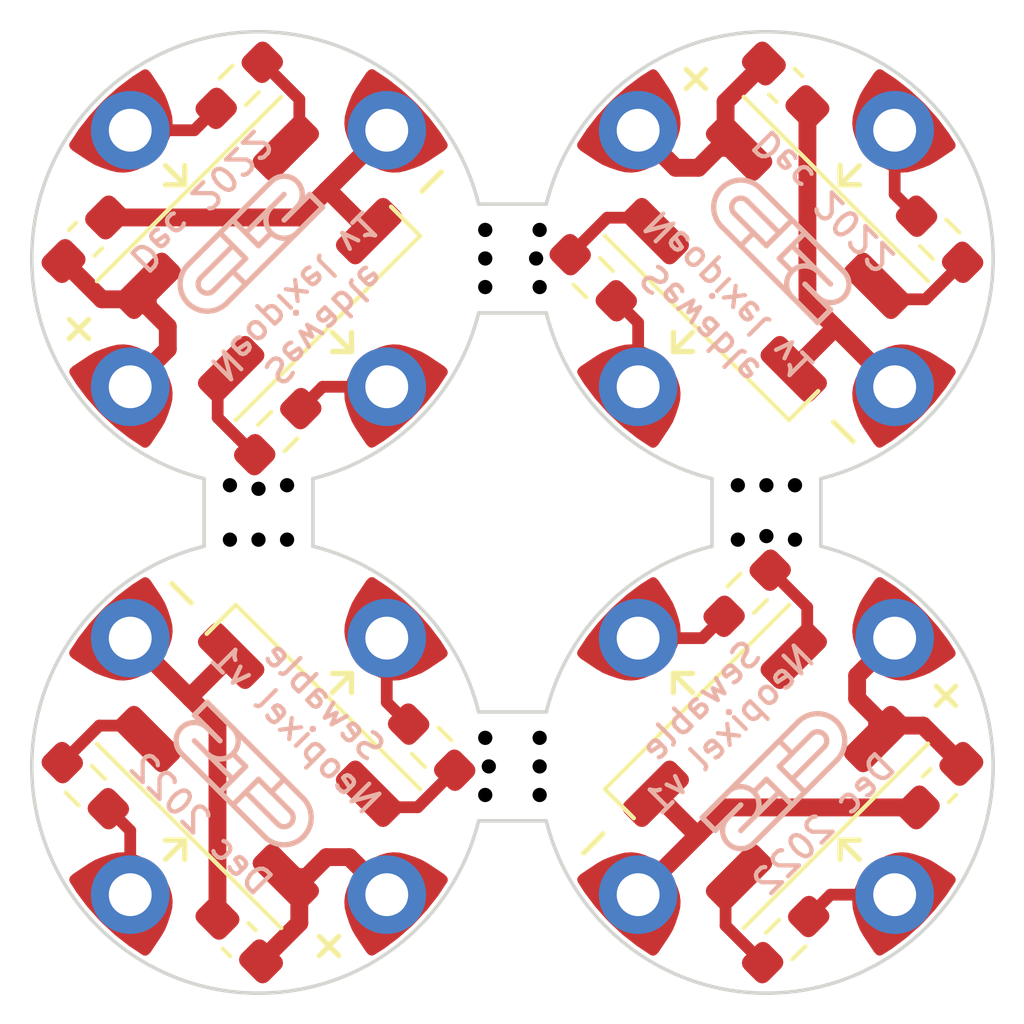
<source format=kicad_pcb>
(kicad_pcb (version 20211014) (generator pcbnew)
  (layers (0 "F.Cu" signal) (31 "B.Cu" signal) (34 "B.Paste" user) (35 "F.Paste" user) (36 "B.SilkS" user "B.Silkscreen") (37 "F.SilkS" user "F.Silkscreen") (38 "B.Mask" user) (39 "F.Mask" user) (44 "Edge.Cuts" user))
  (net 0 "")
  (net 1 "+5V")
  (net 2 "GND")
  (net 3 "/DIN_PAD")
  (net 4 "/DOUT_PAD")
  (net 5 "/DIN_LED")
  (net 6 "/DOUT_LED")
  (footprint "Capacitor_SMD:C_0603_1608Metric_Pad1.08x0.95mm_HandSolder" (layer "F.Cu") (at 116.047185 91.209338 135)
    (fp_text reference "C1")
    (fp_text value "100nF")
    (fp_line (start -0.146267 0.51) (end 0.146267 0.51) (layer "F.SilkS") (width 0.12))
    (fp_line (start -0.146267 -0.51) (end 0.146267 -0.51) (layer "F.SilkS") (width 0.12))
    (pad "1" smd roundrect (at -0.8625 0 135) (size 1.075 0.95) (layers "F.Cu" "F.Paste" "F.Mask") (net 1 "+5V"))
    (pad "2" smd roundrect (at 0.8625 0 135) (size 1.075 0.95) (layers "F.Cu" "F.Paste" "F.Mask") (net 2 "GND"))
  )
  (footprint "Resistor_SMD:R_0603_1608Metric_Pad0.98x0.95mm_HandSolder" (layer "F.Cu") (at 117.124815 76.985338 45)
    (fp_text reference "R2")
    (fp_text value "22")
    (fp_line (start -0.254724 0.5225) (end 0.254724 0.5225) (layer "F.SilkS") (width 0.12))
    (fp_line (start -0.254724 -0.5225) (end 0.254724 -0.5225) (layer "F.SilkS") (width 0.12))
    (pad "1" smd roundrect (at -0.9125 0 45) (size 0.975 0.95) (layers "F.Cu" "F.Paste" "F.Mask") (net 6 "/DOUT_LED"))
    (pad "2" smd roundrect (at 0.9125 0 45) (size 0.975 0.95) (layers "F.Cu" "F.Paste" "F.Mask") (net 4 "/DOUT_PAD"))
  )
  (footprint "Capacitor_SMD:C_0603_1608Metric_Pad1.08x0.95mm_HandSolder" (layer "F.Cu") (at 111.736662 71.597185 45)
    (fp_text reference "C1")
    (fp_text value "100nF")
    (fp_line (start -0.146267 -0.51) (end 0.146267 -0.51) (layer "F.SilkS") (width 0.12))
    (fp_line (start -0.146267 0.51) (end 0.146267 0.51) (layer "F.SilkS") (width 0.12))
    (pad "1" smd roundrect (at -0.8625 0 45) (size 1.075 0.95) (layers "F.Cu" "F.Paste" "F.Mask") (net 1 "+5V"))
    (pad "2" smd roundrect (at 0.8625 0 45) (size 1.075 0.95) (layers "F.Cu" "F.Paste" "F.Mask") (net 2 "GND"))
  )
  (footprint "LED_SMD:LED_WS2812B_PLCC4_5.0x5.0mm_P3.2mm" (layer "F.Cu") (at 116.586 86.36 135)
    (fp_text reference "U1")
    (fp_text value "WS2812B")
    (fp_line (start -3.65 2.75) (end 3.65 2.75) (layer "F.SilkS") (width 0.12))
    (fp_line (start -3.65 -2.75) (end 3.65 -2.75) (layer "F.SilkS") (width 0.12))
    (fp_line (start 3.65 2.75) (end 3.65 1.6) (layer "F.SilkS") (width 0.12))
    (pad "1" smd roundrect (at -2.732843 -1.65 135) (size 2 0.9) (layers "F.Cu" "F.Paste" "F.Mask") (net 1 "+5V"))
    (pad "2" smd roundrect (at -2.732843 1.65 135) (size 2 0.9) (layers "F.Cu" "F.Paste" "F.Mask") (net 6 "/DOUT_LED"))
    (pad "3" smd roundrect (at 2.732843 1.65 135) (size 2 0.9) (layers "F.Cu" "F.Paste" "F.Mask") (net 2 "GND"))
    (pad "4" smd roundrect (at 2.732843 -1.65 135) (size 2 0.9) (layers "F.Cu" "F.Paste" "F.Mask") (net 5 "/DIN_LED"))
  )
  (footprint "Custom_Library:Pin_Header_01x01" (layer "F.Cu") (at 112.993898 89.952102 -135)
    (fp_text reference "J4")
    (fp_text value "DIN")
    (pad "1" thru_hole circle locked (at 0 0 225) (size 2.2 2.2) (drill 1.2) (layers F&B.Cu *.Mask) (net 3 "/DIN_PAD"))
  )
  (footprint "Custom_Library:Mousebite_3x_D0.3_P0.8" (layer "F.Cu") (at 130.81 78.486 180)
    (fp_text reference "REF**" hide)
    (fp_text value "Mousebite_3x_D0.3_P0.8")
    (pad "" np_thru_hole circle locked (at -0.799999 0 180) (size 0.4 0.4) (drill 0.4) (layers *.Mask))
    (pad "" np_thru_hole circle locked (at 0.799999 0 180) (size 0.4 0.4) (drill 0.4) (layers *.Mask))
    (pad "" np_thru_hole circle locked (at 0 0 180) (size 0.4 0.4) (drill 0.4) (layers *.Mask))
  )
  (footprint "Custom_Library:Mousebite_3x_D0.3_P0.8" (layer "F.Cu") (at 130.81 80.01 180)
    (fp_text reference "REF**" hide)
    (fp_text value "Mousebite_3x_D0.3_P0.8")
    (pad "" np_thru_hole circle locked (at -0.799999 0 180) (size 0.4 0.4) (drill 0.4) (layers *.Mask))
    (pad "" np_thru_hole circle locked (at 0.799999 0 180) (size 0.4 0.4) (drill 0.4) (layers *.Mask))
    (pad "" np_thru_hole circle (at 0 0.1 180) (size 0.4 0.4) (drill 0.4) (layers *.Mask))
  )
  (footprint "Resistor_SMD:R_0603_1608Metric_Pad0.98x0.95mm_HandSolder" (layer "F.Cu") (at 135.659338 71.597185 -45)
    (fp_text reference "R1")
    (fp_text value "22")
    (fp_line (start -0.254724 -0.5225) (end 0.254724 -0.5225) (layer "F.SilkS") (width 0.12))
    (fp_line (start -0.254724 0.5225) (end 0.254724 0.5225) (layer "F.SilkS") (width 0.12))
    (pad "1" smd roundrect (at -0.9125 0 315) (size 0.975 0.95) (layers "F.Cu" "F.Paste" "F.Mask") (net 3 "/DIN_PAD"))
    (pad "2" smd roundrect (at 0.9125 0 315) (size 0.975 0.95) (layers "F.Cu" "F.Paste" "F.Mask") (net 5 "/DIN_LED"))
  )
  (footprint "Custom_Library:Pin_Header_01x01" (layer "F.Cu") (at 134.402102 89.952102 -45)
    (fp_text reference "J4")
    (fp_text value "DIN")
    (pad "1" thru_hole circle locked (at 0 0 315) (size 2.2 2.2) (drill 1.2) (layers *.Cu *.Mask) (net 3 "/DIN_PAD"))
  )
  (footprint "Custom_Library:Pin_Header_01x01" (layer "F.Cu") (at 112.993898 82.767898 -135)
    (fp_text reference "J3")
    (fp_text value "-")
    (pad "1" thru_hole circle locked (at 0 0 225) (size 2.2 2.2) (drill 1.2) (layers F&B.Cu *.Mask) (net 2 "GND"))
  )
  (footprint "Resistor_SMD:R_0603_1608Metric_Pad0.98x0.95mm_HandSolder" (layer "F.Cu") (at 131.348815 91.209338 -135)
    (fp_text reference "R1")
    (fp_text value "22")
    (fp_line (start -0.254724 0.5225) (end 0.254724 0.5225) (layer "F.SilkS") (width 0.12))
    (fp_line (start -0.254724 -0.5225) (end 0.254724 -0.5225) (layer "F.SilkS") (width 0.12))
    (pad "1" smd roundrect (at -0.9125 0 225) (size 0.975 0.95) (layers "F.Cu" "F.Paste" "F.Mask") (net 3 "/DIN_PAD"))
    (pad "2" smd roundrect (at 0.9125 0 225) (size 0.975 0.95) (layers "F.Cu" "F.Paste" "F.Mask") (net 5 "/DIN_LED"))
  )
  (footprint "LED_SMD:LED_WS2812B_PLCC4_5.0x5.0mm_P3.2mm" (layer "F.Cu") (at 130.81 72.136 -45)
    (fp_text reference "U1")
    (fp_text value "WS2812B")
    (fp_line (start 3.65 2.75) (end 3.65 1.6) (layer "F.SilkS") (width 0.12))
    (fp_line (start -3.65 2.75) (end 3.65 2.75) (layer "F.SilkS") (width 0.12))
    (fp_line (start -3.65 -2.75) (end 3.65 -2.75) (layer "F.SilkS") (width 0.12))
    (pad "1" smd roundrect (at -2.732843 -1.65 315) (size 2 0.9) (layers "F.Cu" "F.Paste" "F.Mask") (net 1 "+5V"))
    (pad "2" smd roundrect (at -2.732843 1.65 315) (size 2 0.9) (layers "F.Cu" "F.Paste" "F.Mask") (net 6 "/DOUT_LED"))
    (pad "3" smd roundrect (at 2.732843 1.65 315) (size 2 0.9) (layers "F.Cu" "F.Paste" "F.Mask") (net 2 "GND"))
    (pad "4" smd roundrect (at 2.732843 -1.65 315) (size 2 0.9) (layers "F.Cu" "F.Paste" "F.Mask") (net 5 "/DIN_LED"))
  )
  (footprint "Resistor_SMD:R_0603_1608Metric_Pad0.98x0.95mm_HandSolder" (layer "F.Cu") (at 130.271185 81.510662 -135)
    (fp_text reference "R2")
    (fp_text value "22")
    (fp_line (start -0.254724 -0.5225) (end 0.254724 -0.5225) (layer "F.SilkS") (width 0.12))
    (fp_line (start -0.254724 0.5225) (end 0.254724 0.5225) (layer "F.SilkS") (width 0.12))
    (pad "1" smd roundrect (at -0.9125 0 225) (size 0.975 0.95) (layers "F.Cu" "F.Paste" "F.Mask") (net 6 "/DOUT_LED"))
    (pad "2" smd roundrect (at 0.9125 0 225) (size 0.975 0.95) (layers "F.Cu" "F.Paste" "F.Mask") (net 4 "/DOUT_PAD"))
  )
  (footprint "Custom_Library:Pin_Header_01x01" (layer "F.Cu") (at 134.402102 82.767898 -45)
    (fp_text reference "J1")
    (fp_text value "+")
    (pad "1" thru_hole circle locked (at 0 0 315) (size 2.2 2.2) (drill 1.2) (layers *.Cu *.Mask) (net 1 "+5V"))
  )
  (footprint "Resistor_SMD:R_0603_1608Metric_Pad0.98x0.95mm_HandSolder" (layer "F.Cu") (at 121.435338 85.821185 135)
    (fp_text reference "R2")
    (fp_text value "22")
    (fp_line (start -0.254724 0.5225) (end 0.254724 0.5225) (layer "F.SilkS") (width 0.12))
    (fp_line (start -0.254724 -0.5225) (end 0.254724 -0.5225) (layer "F.SilkS") (width 0.12))
    (pad "1" smd roundrect (at -0.9125 0 135) (size 0.975 0.95) (layers "F.Cu" "F.Paste" "F.Mask") (net 6 "/DOUT_LED"))
    (pad "2" smd roundrect (at 0.9125 0 135) (size 0.975 0.95) (layers "F.Cu" "F.Paste" "F.Mask") (net 4 "/DOUT_PAD"))
  )
  (footprint "Custom_Library:Mousebite_3x_D0.3_P0.8" (layer "F.Cu") (at 116.586 78.486 180)
    (fp_text reference "REF**" hide)
    (fp_text value "Mousebite_3x_D0.3_P0.8")
    (pad "" np_thru_hole circle (at 0 -0.1 180) (size 0.4 0.4) (drill 0.4) (layers *.Mask))
    (pad "" np_thru_hole circle locked (at -0.799999 0 180) (size 0.4 0.4) (drill 0.4) (layers *.Mask))
    (pad "" np_thru_hole circle locked (at 0.799999 0 180) (size 0.4 0.4) (drill 0.4) (layers *.Mask))
  )
  (footprint "Custom_Library:Pin_Header_01x01" (layer "F.Cu") (at 120.178102 68.543898 135)
    (fp_text reference "J3")
    (fp_text value "-")
    (pad "1" thru_hole circle locked (at 0 0 135) (size 2.2 2.2) (drill 1.2) (layers F&B.Cu *.Mask) (net 2 "GND"))
  )
  (footprint "Resistor_SMD:R_0603_1608Metric_Pad0.98x0.95mm_HandSolder" (layer "F.Cu") (at 111.736662 86.898815 135)
    (fp_text reference "R1")
    (fp_text value "22")
    (fp_line (start -0.254724 -0.5225) (end 0.254724 -0.5225) (layer "F.SilkS") (width 0.12))
    (fp_line (start -0.254724 0.5225) (end 0.254724 0.5225) (layer "F.SilkS") (width 0.12))
    (pad "1" smd roundrect (at -0.9125 0 135) (size 0.975 0.95) (layers "F.Cu" "F.Paste" "F.Mask") (net 3 "/DIN_PAD"))
    (pad "2" smd roundrect (at 0.9125 0 135) (size 0.975 0.95) (layers "F.Cu" "F.Paste" "F.Mask") (net 5 "/DIN_LED"))
  )
  (footprint "Capacitor_SMD:C_0603_1608Metric_Pad1.08x0.95mm_HandSolder" (layer "F.Cu") (at 131.348815 67.286662 -45)
    (fp_text reference "C1")
    (fp_text value "100nF")
    (fp_line (start -0.146267 0.51) (end 0.146267 0.51) (layer "F.SilkS") (width 0.12))
    (fp_line (start -0.146267 -0.51) (end 0.146267 -0.51) (layer "F.SilkS") (width 0.12))
    (pad "1" smd roundrect (at -0.8625 0 315) (size 1.075 0.95) (layers "F.Cu" "F.Paste" "F.Mask") (net 1 "+5V"))
    (pad "2" smd roundrect (at 0.8625 0 315) (size 1.075 0.95) (layers "F.Cu" "F.Paste" "F.Mask") (net 2 "GND"))
  )
  (footprint "Resistor_SMD:R_0603_1608Metric_Pad0.98x0.95mm_HandSolder" (layer "F.Cu") (at 125.960662 72.674815 -45)
    (fp_text reference "R2")
    (fp_text value "22")
    (fp_line (start -0.254724 0.5225) (end 0.254724 0.5225) (layer "F.SilkS") (width 0.12))
    (fp_line (start -0.254724 -0.5225) (end 0.254724 -0.5225) (layer "F.SilkS") (width 0.12))
    (pad "1" smd roundrect (at -0.9125 0 315) (size 0.975 0.95) (layers "F.Cu" "F.Paste" "F.Mask") (net 6 "/DOUT_LED"))
    (pad "2" smd roundrect (at 0.9125 0 315) (size 0.975 0.95) (layers "F.Cu" "F.Paste" "F.Mask") (net 4 "/DOUT_PAD"))
  )
  (footprint "Custom_Library:Mousebite_3x_D0.3_P0.8" (layer "F.Cu") (at 122.936 86.36 90)
    (fp_text reference "REF**" hide)
    (fp_text value "Mousebite_3x_D0.3_P0.8")
    (pad "" np_thru_hole circle locked (at 0.799999 0 90) (size 0.4 0.4) (drill 0.4) (layers *.Mask))
    (pad "" np_thru_hole circle (at 0 0.1 90) (size 0.4 0.4) (drill 0.4) (layers *.Mask))
    (pad "" np_thru_hole circle locked (at -0.799999 0 90) (size 0.4 0.4) (drill 0.4) (layers *.Mask))
  )
  (footprint "Custom_Library:Pin_Header_01x01" (layer "F.Cu") (at 134.402102 68.543898 45)
    (fp_text reference "J4")
    (fp_text value "DIN")
    (pad "1" thru_hole circle locked (at 0 0 45) (size 2.2 2.2) (drill 1.2) (layers F&B.Cu *.Mask) (net 3 "/DIN_PAD"))
  )
  (footprint "Custom_Library:Pin_Header_01x01" (layer "F.Cu") (at 134.402102 75.728102 45)
    (fp_text reference "J3")
    (fp_text value "-")
    (pad "1" thru_hole circle locked (at 0 0 45) (size 2.2 2.2) (drill 1.2) (layers F&B.Cu *.Mask) (net 2 "GND"))
  )
  (footprint "Custom_Library:Pin_Header_01x01" (layer "F.Cu") (at 112.993898 68.543898 135)
    (fp_text reference "J4")
    (fp_text value "DIN")
    (pad "1" thru_hole circle locked (at 0 0 135) (size 2.2 2.2) (drill 1.2) (layers F&B.Cu *.Mask) (net 3 "/DIN_PAD"))
  )
  (footprint "Custom_Library:Mousebite_3x_D0.3_P0.8" (layer "F.Cu") (at 122.936 72.136 90)
    (fp_text reference "REF**" hide)
    (fp_text value "Mousebite_3x_D0.3_P0.8")
    (pad "" np_thru_hole circle locked (at 0 0 90) (size 0.4 0.4) (drill 0.4) (layers *.Mask))
    (pad "" np_thru_hole circle locked (at 0.799999 0 90) (size 0.4 0.4) (drill 0.4) (layers *.Mask))
    (pad "" np_thru_hole circle locked (at -0.799999 0 90) (size 0.4 0.4) (drill 0.4) (layers *.Mask))
  )
  (footprint "Custom_Library:Mousebite_3x_D0.3_P0.8" (layer "F.Cu") (at 124.46 86.36 90)
    (fp_text reference "REF**" hide)
    (fp_text value "Mousebite_3x_D0.3_P0.8")
    (pad "" np_thru_hole circle locked (at 0.799999 0 90) (size 0.4 0.4) (drill 0.4) (layers *.Mask))
    (pad "" np_thru_hole circle locked (at 0 0 90) (size 0.4 0.4) (drill 0.4) (layers *.Mask))
    (pad "" np_thru_hole circle locked (at -0.799999 0 90) (size 0.4 0.4) (drill 0.4) (layers *.Mask))
  )
  (footprint "LED_SMD:LED_WS2812B_PLCC4_5.0x5.0mm_P3.2mm" (layer "F.Cu") (at 116.586 72.136 45)
    (fp_text reference "U1")
    (fp_text value "WS2812B")
    (fp_line (start -3.65 -2.75) (end 3.65 -2.75) (layer "F.SilkS") (width 0.12))
    (fp_line (start 3.65 2.75) (end 3.65 1.6) (layer "F.SilkS") (width 0.12))
    (fp_line (start -3.65 2.75) (end 3.65 2.75) (layer "F.SilkS") (width 0.12))
    (pad "1" smd roundrect (at -2.732843 -1.65 45) (size 2 0.9) (layers "F.Cu" "F.Paste" "F.Mask") (net 1 "+5V"))
    (pad "2" smd roundrect (at -2.732843 1.65 45) (size 2 0.9) (layers "F.Cu" "F.Paste" "F.Mask") (net 6 "/DOUT_LED"))
    (pad "3" smd roundrect (at 2.732843 1.65 45) (size 2 0.9) (layers "F.Cu" "F.Paste" "F.Mask") (net 2 "GND"))
    (pad "4" smd roundrect (at 2.732843 -1.65 45) (size 2 0.9) (layers "F.Cu" "F.Paste" "F.Mask") (net 5 "/DIN_LED"))
  )
  (footprint "Custom_Library:Pin_Header_01x01" (layer "F.Cu") (at 127.217898 89.952102 -45)
    (fp_text reference "J3")
    (fp_text value "-")
    (pad "1" thru_hole circle locked (at 0 0 315) (size 2.2 2.2) (drill 1.2) (layers *.Cu *.Mask) (net 2 "GND"))
  )
  (footprint "Custom_Library:Pin_Header_01x01" (layer "F.Cu") (at 127.217898 68.543898 45)
    (fp_text reference "J1")
    (fp_text value "+")
    (pad "1" thru_hole circle locked (at 0 0 45) (size 2.2 2.2) (drill 1.2) (layers F&B.Cu *.Mask) (net 1 "+5V"))
  )
  (footprint "Custom_Library:Pin_Header_01x01" (layer "F.Cu") (at 120.178102 82.767898 -45)
    (fp_text reference "J2")
    (fp_text value "DOUT")
    (pad "1" thru_hole circle locked (at 0 0 315) (size 2.2 2.2) (drill 1.2) (layers F&B.Cu *.Mask) (net 4 "/DOUT_PAD"))
  )
  (footprint "Custom_Library:Mousebite_3x_D0.3_P0.8" (layer "F.Cu") (at 116.586 80.01 180)
    (fp_text reference "REF**" hide)
    (fp_text value "Mousebite_3x_D0.3_P0.8")
    (pad "" np_thru_hole circle locked (at -0.799999 0 180) (size 0.4 0.4) (drill 0.4) (layers *.Mask))
    (pad "" np_thru_hole circle locked (at 0 0 180) (size 0.4 0.4) (drill 0.4) (layers *.Mask))
    (pad "" np_thru_hole circle locked (at 0.799999 0 180) (size 0.4 0.4) (drill 0.4) (layers *.Mask))
  )
  (footprint "Custom_Library:Pin_Header_01x01" (layer "F.Cu") (at 112.993898 75.728102 135)
    (fp_text reference "J1")
    (fp_text value "+")
    (pad "1" thru_hole circle locked (at 0 0 135) (size 2.2 2.2) (drill 1.2) (layers F&B.Cu *.Mask) (net 1 "+5V"))
  )
  (footprint "Custom_Library:Pin_Header_01x01" (layer "F.Cu") (at 127.217898 75.728102 135)
    (fp_text reference "J2")
    (fp_text value "DOUT")
    (pad "1" thru_hole circle locked (at 0 0 135) (size 2.2 2.2) (drill 1.2) (layers F&B.Cu *.Mask) (net 4 "/DOUT_PAD"))
  )
  (footprint "Resistor_SMD:R_0603_1608Metric_Pad0.98x0.95mm_HandSolder" (layer "F.Cu") (at 116.047185 67.286662 45)
    (fp_text reference "R1")
    (fp_text value "22")
    (fp_line (start -0.254724 0.5225) (end 0.254724 0.5225) (layer "F.SilkS") (width 0.12))
    (fp_line (start -0.254724 -0.5225) (end 0.254724 -0.5225) (layer "F.SilkS") (width 0.12))
    (pad "1" smd roundrect (at -0.9125 0 45) (size 0.975 0.95) (layers "F.Cu" "F.Paste" "F.Mask") (net 3 "/DIN_PAD"))
    (pad "2" smd roundrect (at 0.9125 0 45) (size 0.975 0.95) (layers "F.Cu" "F.Paste" "F.Mask") (net 5 "/DIN_LED"))
  )
  (footprint "Custom_Library:Mousebite_3x_D0.3_P0.8" (layer "F.Cu") (at 124.46 72.136 90)
    (fp_text reference "REF**" hide)
    (fp_text value "Mousebite_3x_D0.3_P0.8")
    (pad "" np_thru_hole circle locked (at -0.799999 0 90) (size 0.4 0.4) (drill 0.4) (layers *.Mask))
    (pad "" np_thru_hole circle (at 0 -0.1 90) (size 0.4 0.4) (drill 0.4) (layers *.Mask))
    (pad "" np_thru_hole circle locked (at 0.799999 0 90) (size 0.4 0.4) (drill 0.4) (layers *.Mask))
  )
  (footprint "Capacitor_SMD:C_0603_1608Metric_Pad1.08x0.95mm_HandSolder" (layer "F.Cu") (at 135.659338 86.898815 -135)
    (fp_text reference "C1")
    (fp_text value "100nF")
    (fp_line (start -0.146267 0.51) (end 0.146267 0.51) (layer "F.SilkS") (width 0.12))
    (fp_line (start -0.146267 -0.51) (end 0.146267 -0.51) (layer "F.SilkS") (width 0.12))
    (pad "1" smd roundrect (at -0.8625 0 225) (size 1.075 0.95) (layers "F.Cu" "F.Paste" "F.Mask") (net 1 "+5V"))
    (pad "2" smd roundrect (at 0.8625 0 225) (size 1.075 0.95) (layers "F.Cu" "F.Paste" "F.Mask") (net 2 "GND"))
  )
  (footprint "LED_SMD:LED_WS2812B_PLCC4_5.0x5.0mm_P3.2mm" (layer "F.Cu") (at 130.81 86.36 -135)
    (fp_text reference "U1")
    (fp_text value "WS2812B")
    (fp_line (start 3.65 2.75) (end 3.65 1.6) (layer "F.SilkS") (width 0.12))
    (fp_line (start -3.65 2.75) (end 3.65 2.75) (layer "F.SilkS") (width 0.12))
    (fp_line (start -3.65 -2.75) (end 3.65 -2.75) (layer "F.SilkS") (width 0.12))
    (pad "1" smd roundrect (at -2.732843 -1.65 225) (size 2 0.9) (layers "F.Cu" "F.Paste" "F.Mask") (net 1 "+5V"))
    (pad "2" smd roundrect (at -2.732843 1.65 225) (size 2 0.9) (layers "F.Cu" "F.Paste" "F.Mask") (net 6 "/DOUT_LED"))
    (pad "3" smd roundrect (at 2.732843 1.65 225) (size 2 0.9) (layers "F.Cu" "F.Paste" "F.Mask") (net 2 "GND"))
    (pad "4" smd roundrect (at 2.732843 -1.65 225) (size 2 0.9) (layers "F.Cu" "F.Paste" "F.Mask") (net 5 "/DIN_LED"))
  )
  (footprint "Custom_Library:Pin_Header_01x01" (layer "F.Cu") (at 127.217898 82.767898 45)
    (fp_text reference "J2")
    (fp_text value "DOUT")
    (pad "1" thru_hole circle locked (at 0 0 45) (size 2.2 2.2) (drill 1.2) (layers *.Cu *.Mask) (net 4 "/DOUT_PAD"))
  )
  (footprint "Custom_Library:Pin_Header_01x01" (layer "F.Cu") (at 120.178102 75.728102 -135)
    (fp_text reference "J2")
    (fp_text value "DOUT")
    (pad "1" thru_hole circle locked (at 0 0 225) (size 2.2 2.2) (drill 1.2) (layers F&B.Cu *.Mask) (net 4 "/DOUT_PAD"))
  )
  (footprint "Custom_Library:Pin_Header_01x01" (layer "F.Cu") (at 120.178102 89.952102 -135)
    (fp_text reference "J1")
    (fp_text value "+")
    (pad "1" thru_hole circle locked (at 0 0 225) (size 2.2 2.2) (drill 1.2) (layers F&B.Cu *.Mask) (net 1 "+5V"))
  )
  (gr_line (start 132.606051 73.572841) (end 132.246841 73.932051) (layer "B.SilkS") (width 0.15))
  (gr_arc (start 114.430739 86.00079) (mid 114.430739 85.28237) (end 115.149159 85.282369) (layer "B.SilkS") (width 0.15))
  (gr_line (start 132.606051 72.85442) (end 131.52842 71.77679) (layer "B.SilkS") (width 0.15))
  (gr_line (start 131.52842 86.00079) (end 131.16921 85.64158) (layer "B.SilkS") (width 0.15))
  (gr_arc (start 129.552764 71.237974) (mid 129.552765 70.160343) (end 130.630395 70.160344) (layer "B.SilkS") (width 0.15))
  (gr_line (start 117.30442 71.058369) (end 118.022841 70.339949) (layer "B.SilkS") (width 0.15))
  (gr_line (start 130.630395 70.160344) (end 132.965261 72.49521) (layer "B.SilkS") (width 0.15))
  (gr_line (start 118.382051 70.699159) (end 115.687974 73.393236) (layer "B.SilkS") (width 0.15))
  (gr_arc (start 116.945209 69.980739) (mid 117.663626 69.980773) (end 117.663631 70.699159) (layer "B.SilkS") (width 0.15))
  (gr_arc (start 117.484026 87.617236) (mid 117.484025 87.976447) (end 117.124815 87.976446) (layer "B.SilkS") (width 0.15))
  (gr_line (start 130.45079 71.41758) (end 130.09158 71.77679) (layer "B.SilkS") (width 0.15))
  (gr_line (start 117.30442 70.339949) (end 116.22679 71.41758) (layer "B.SilkS") (width 0.15))
  (gr_line (start 114.789949 84.923159) (end 115.149159 84.563949) (layer "B.SilkS") (width 0.15))
  (gr_line (start 131.16921 86.36) (end 132.067236 85.461974) (layer "B.SilkS") (width 0.15))
  (gr_line (start 115.508369 87.07842) (end 116.22679 86.36) (layer "B.SilkS") (width 0.15))
  (gr_line (start 116.94521 87.07842) (end 117.30442 86.71921) (layer "B.SilkS") (width 0.15))
  (gr_line (start 116.22679 72.136) (end 115.328764 73.034026) (layer "B.SilkS") (width 0.15))
  (gr_line (start 132.785656 86.180395) (end 130.45079 88.515261) (layer "B.SilkS") (width 0.15))
  (gr_line (start 131.887631 72.85442) (end 132.606051 73.572841) (layer "B.SilkS") (width 0.15))
  (gr_arc (start 131.52842 73.213631) (mid 131.52842 72.495209) (end 132.246841 72.49521) (layer "B.SilkS") (width 0.15))
  (gr_line (start 118.022841 70.339949) (end 118.382051 70.699159) (layer "B.SilkS") (width 0.15))
  (gr_line (start 131.52842 71.058369) (end 130.81 71.77679) (layer "B.SilkS") (width 0.15))
  (gr_arc (start 132.067236 85.461974) (mid 132.426447 85.461975) (end 132.426446 85.821185) (layer "B.SilkS") (width 0.15))
  (gr_arc (start 115.687974 73.393236) (mid 114.610343 73.393235) (end 114.610344 72.315605) (layer "B.SilkS") (width 0.15))
  (gr_line (start 130.09158 88.156051) (end 131.16921 87.07842) (layer "B.SilkS") (width 0.15))
  (gr_arc (start 115.328764 73.034026) (mid 114.969553 73.034025) (end 114.969554 72.674815) (layer "B.SilkS") (width 0.15))
  (gr_arc (start 130.45079 88.515261) (mid 129.73239 88.515241) (end 129.732369 87.796841) (layer "B.SilkS") (width 0.15))
  (gr_arc (start 132.965261 72.49521) (mid 132.965261 73.21363) (end 132.246841 73.213631) (layer "B.SilkS") (width 0.15))
  (gr_line (start 131.887631 87.07842) (end 131.16921 86.36) (layer "B.SilkS") (width 0.15))
  (gr_arc (start 115.86758 85.282369) (mid 115.86758 86.000791) (end 115.149159 86.00079) (layer "B.SilkS") (width 0.15))
  (gr_line (start 116.22679 86.36) (end 115.86758 86.00079) (layer "B.SilkS") (width 0.15))
  (gr_line (start 130.81 71.77679) (end 129.911974 70.878764) (layer "B.SilkS") (width 0.15))
  (gr_line (start 114.969554 72.674815) (end 115.86758 71.77679) (layer "B.SilkS") (width 0.15))
  (gr_line (start 116.586 86.71921) (end 117.484026 87.617236) (layer "B.SilkS") (width 0.15))
  (gr_line (start 131.887631 71.41758) (end 131.16921 72.136) (layer "B.SilkS") (width 0.15))
  (gr_line (start 130.81 86.71921) (end 130.45079 87.07842) (layer "B.SilkS") (width 0.15))
  (gr_line (start 129.373159 88.156051) (end 129.013949 87.796841) (layer "B.SilkS") (width 0.15))
  (gr_arc (start 117.663631 71.41758) (mid 116.945196 71.417605) (end 116.94521 70.699159) (layer "B.SilkS") (width 0.15))
  (gr_arc (start 129.911974 70.878764) (mid 129.911975 70.519553) (end 130.271185 70.519554) (layer "B.SilkS") (width 0.15))
  (gr_line (start 115.86758 87.437631) (end 116.586 86.71921) (layer "B.SilkS") (width 0.15))
  (gr_line (start 132.246841 73.932051) (end 129.552764 71.237974) (layer "B.SilkS") (width 0.15))
  (gr_line (start 129.013949 87.796841) (end 131.708026 85.102764) (layer "B.SilkS") (width 0.15))
  (gr_line (start 115.86758 72.49521) (end 116.22679 72.85442) (layer "B.SilkS") (width 0.15))
  (gr_line (start 130.271185 70.519554) (end 131.16921 71.41758) (layer "B.SilkS") (width 0.15))
  (gr_line (start 114.610344 72.315605) (end 116.94521 69.980739) (layer "B.SilkS") (width 0.15))
  (gr_line (start 114.789949 85.64158) (end 115.86758 86.71921) (layer "B.SilkS") (width 0.15))
  (gr_line (start 115.508369 85.64158) (end 114.789949 84.923159) (layer "B.SilkS") (width 0.15))
  (gr_line (start 115.508369 71.41758) (end 116.22679 72.136) (layer "B.SilkS") (width 0.15))
  (gr_line (start 116.765605 88.335656) (end 114.430739 86.00079) (layer "B.SilkS") (width 0.15))
  (gr_line (start 132.426446 85.821185) (end 131.52842 86.71921) (layer "B.SilkS") (width 0.15))
  (gr_arc (start 131.708026 85.102764) (mid 132.785657 85.102765) (end 132.785656 86.180395) (layer "B.SilkS") (width 0.15))
  (gr_line (start 115.86758 71.058369) (end 116.586 71.77679) (layer "B.SilkS") (width 0.15))
  (gr_line (start 131.16921 72.136) (end 131.52842 72.49521) (layer "B.SilkS") (width 0.15))
  (gr_line (start 131.52842 87.437631) (end 130.81 86.71921) (layer "B.SilkS") (width 0.15))
  (gr_line (start 117.124815 87.976446) (end 116.22679 87.07842) (layer "B.SilkS") (width 0.15))
  (gr_arc (start 129.732369 87.07842) (mid 130.450811 87.078399) (end 130.45079 87.796841) (layer "B.SilkS") (width 0.15))
  (gr_arc (start 117.843236 87.258026) (mid 117.843235 88.335657) (end 116.765605 88.335656) (layer "B.SilkS") (width 0.15))
  (gr_line (start 115.149159 84.563949) (end 117.843236 87.258026) (layer "B.SilkS") (width 0.15))
  (gr_line (start 130.09158 87.437631) (end 129.373159 88.156051) (layer "B.SilkS") (width 0.15))
  (gr_line (start 116.586 71.77679) (end 116.94521 71.41758) (layer "B.SilkS") (width 0.15))
  (gr_line (start 118.651459 84.294541) (end 119.190274 83.755726) (layer "F.SilkS") (width 0.15))
  (gr_line (start 119.190274 83.755726) (end 118.651459 83.755726) (layer "F.SilkS") (width 0.15))
  (gr_line (start 128.205726 83.755726) (end 128.744541 83.755726) (layer "F.SilkS") (width 0.15))
  (gr_line (start 114.520541 88.425459) (end 114.520541 88.964274) (layer "F.SilkS") (width 0.15))
  (gr_line (start 114.161331 81.241254) (end 114.700146 81.780069) (layer "F.SilkS") (width 0.15))
  (gr_line (start 119.190274 74.740274) (end 119.190274 74.201459) (layer "F.SilkS") (width 0.15))
  (gr_line (start 132.875459 70.070541) (end 132.875459 69.531726) (layer "F.SilkS") (width 0.15))
  (gr_line (start 128.744541 84.294541) (end 128.205726 83.755726) (layer "F.SilkS") (width 0.15))
  (gr_line (start 111.826464 74.381064) (end 111.287649 73.842249) (layer "F.SilkS") (width 0.15))
  (gr_line (start 135.569536 84.653751) (end 136.108351 84.114936) (layer "F.SilkS") (width 0.15))
  (gr_line (start 133.234669 77.254746) (end 132.695854 76.715931) (layer "F.SilkS") (width 0.15))
  (gr_line (start 128.205726 74.740274) (end 128.744541 74.740274) (layer "F.SilkS") (width 0.15))
  (gr_line (start 129.103751 67.376464) (end 128.564936 66.837649) (layer "F.SilkS") (width 0.15))
  (gr_line (start 119.190274 74.740274) (end 118.651459 74.740274) (layer "F.SilkS") (width 0.15))
  (gr_line (start 133.414274 88.964274) (end 132.875459 88.425459) (layer "F.SilkS") (width 0.15))
  (gr_line (start 119.190274 83.755726) (end 119.190274 84.294541) (layer "F.SilkS") (width 0.15))
  (gr_line (start 113.981726 88.964274) (end 114.520541 88.425459) (layer "F.SilkS") (width 0.15))
  (gr_line (start 128.205726 74.740274) (end 128.205726 74.201459) (layer "F.SilkS") (width 0.15))
  (gr_line (start 128.205726 83.755726) (end 128.205726 84.294541) (layer "F.SilkS") (width 0.15))
  (gr_line (start 118.831064 91.119536) (end 118.292249 91.658351) (layer "F.SilkS") (width 0.15))
  (gr_line (start 132.875459 88.425459) (end 132.875459 88.964274) (layer "F.SilkS") (width 0.15))
  (gr_line (start 121.704746 69.711331) (end 121.165931 70.250146) (layer "F.SilkS") (width 0.15))
  (gr_line (start 135.569536 84.114936) (end 136.108351 84.653751) (layer "F.SilkS") (width 0.15))
  (gr_line (start 113.981726 69.531726) (end 114.520541 70.070541) (layer "F.SilkS") (width 0.15))
  (gr_line (start 128.564936 67.376464) (end 129.103751 66.837649) (layer "F.SilkS") (width 0.15))
  (gr_line (start 114.520541 88.425459) (end 113.981726 88.425459) (layer "F.SilkS") (width 0.15))
  (gr_line (start 114.520541 70.070541) (end 113.981726 70.070541) (layer "F.SilkS") (width 0.15))
  (gr_line (start 118.292249 91.119536) (end 118.831064 91.658351) (layer "F.SilkS") (width 0.15))
  (gr_line (start 128.744541 74.201459) (end 128.205726 74.740274) (layer "F.SilkS") (width 0.15))
  (gr_line (start 133.414274 69.531726) (end 132.875459 70.070541) (layer "F.SilkS") (width 0.15))
  (gr_line (start 114.520541 70.070541) (end 114.520541 69.531726) (layer "F.SilkS") (width 0.15))
  (gr_line (start 132.875459 70.070541) (end 133.414274 70.070541) (layer "F.SilkS") (width 0.15))
  (gr_line (start 118.651459 74.201459) (end 119.190274 74.740274) (layer "F.SilkS") (width 0.15))
  (gr_line (start 111.826464 73.842249) (end 111.287649 74.381064) (layer "F.SilkS") (width 0.15))
  (gr_line (start 125.691254 88.784669) (end 126.230069 88.245854) (layer "F.SilkS") (width 0.15))
  (gr_line (start 132.875459 88.425459) (end 133.414274 88.425459) (layer "F.SilkS") (width 0.15))
  (gr_arc (start 129.285994 78.300406) (mid 126.319872 76.626128) (end 124.645594 73.660006) (layer "Edge.Cuts") (width 0.1))
  (gr_arc (start 122.750406 73.660006) (mid 121.076128 76.626128) (end 118.110006 78.300406) (layer "Edge.Cuts") (width 0.1))
  (gr_arc (start 115.061994 78.300406) (mid 112.095872 67.645872) (end 122.750406 70.611994) (layer "Edge.Cuts") (width 0.1))
  (gr_arc (start 132.334006 80.195594) (mid 135.300128 90.850128) (end 124.645594 87.884006) (layer "Edge.Cuts") (width 0.1))
  (gr_arc (start 122.750406 87.884006) (mid 112.095872 90.850128) (end 115.061994 80.195594) (layer "Edge.Cuts") (width 0.1))
  (gr_line (start 132.334 80.195594) (end 132.334 78.300406) (layer "Edge.Cuts") (width 0.1))
  (gr_line (start 129.286 80.195594) (end 129.286 78.300406) (layer "Edge.Cuts") (width 0.1))
  (gr_line (start 115.062 80.195594) (end 115.062 78.300406) (layer "Edge.Cuts") (width 0.1))
  (gr_arc (start 118.110006 80.195594) (mid 121.076128 81.869872) (end 122.750406 84.835994) (layer "Edge.Cuts") (width 0.1))
  (gr_line (start 122.750406 70.612) (end 124.645594 70.612) (layer "Edge.Cuts") (width 0.1))
  (gr_line (start 118.11 80.195594) (end 118.11 78.300406) (layer "Edge.Cuts") (width 0.1))
  (gr_line (start 122.750406 84.836) (end 124.645594 84.836) (layer "Edge.Cuts") (width 0.1))
  (gr_line (start 122.750406 73.66) (end 124.645594 73.66) (layer "Edge.Cuts") (width 0.1))
  (gr_line (start 122.750406 87.884) (end 124.645594 87.884) (layer "Edge.Cuts") (width 0.1))
  (gr_arc (start 124.645594 70.611994) (mid 135.300128 67.645872) (end 132.334006 78.300406) (layer "Edge.Cuts") (width 0.1))
  (gr_arc (start 124.645594 84.835994) (mid 126.319872 81.869872) (end 129.285994 80.195594) (layer "Edge.Cuts") (width 0.1))
  (gr_text "Sewable\nNeopixel v1" (at 129.373159 73.572841 135) (layer "B.SilkS") (effects (font (size 0.7 0.7) (thickness 0.12)) (justify mirror)))
  (gr_text "Sewable\nNeopixel v1" (at 118.022841 84.923159 315) (layer "B.SilkS") (effects (font (size 0.7 0.7) (thickness 0.12)) (justify mirror)))
  (gr_text "Dec 2022" (at 114.969554 87.976446 315) (layer "B.SilkS") (effects (font (size 0.7 0.7) (thickness 0.12)) (justify mirror)))
  (gr_text "Dec 2022" (at 132.426446 70.519554 135) (layer "B.SilkS") (effects (font (size 0.7 0.7) (thickness 0.12)) (justify mirror)))
  (gr_text "Sewable\nNeopixel v1" (at 118.022841 73.572841 225) (layer "B.SilkS") (effects (font (size 0.7 0.7) (thickness 0.12)) (justify mirror)))
  (gr_text "Dec 2022" (at 132.426446 87.976446 45) (layer "B.SilkS") (effects (font (size 0.7 0.7) (thickness 0.12)) (justify mirror)))
  (gr_text "Dec 2022" (at 114.969554 70.519554 225) (layer "B.SilkS") (effects (font (size 0.7 0.7) (thickness 0.12)) (justify mirror)))
  (gr_text "Sewable\nNeopixel v1" (at 129.373159 84.923159 45) (layer "B.SilkS") (effects (font (size 0.7 0.7) (thickness 0.12)) (justify mirror)))
  (segment (start 129.464138 69.036862) (end 130.044315 69.036862) (width 0.5) (layer "F.Cu") (net 1))
  (segment (start 117.729 90.747283) (end 117.729 89.836453) (width 0.5) (layer "F.Cu") (net 1))
  (segment (start 120.178102 89.952102) (end 119.126 88.9) (width 0.5) (layer "F.Cu") (net 1))
  (segment (start 112.993898 75.728102) (end 114.046 74.676) (width 0.5) (layer "F.Cu") (net 1))
  (segment (start 112.198717 73.279) (end 113.109547 73.279) (width 0.5) (layer "F.Cu") (net 1))
  (segment (start 127.217898 68.543898) (end 128.27 69.596) (width 0.5) (layer "F.Cu") (net 1))
  (segment (start 128.27 69.596) (end 128.905 69.596) (width 0.5) (layer "F.Cu") (net 1))
  (segment (start 114.046 74.041) (end 113.486862 73.481862) (width 0.5) (layer "F.Cu") (net 1))
  (segment (start 113.486862 73.481862) (end 113.486862 72.901685) (width 0.5) (layer "F.Cu") (net 1))
  (segment (start 134.402102 82.767898) (end 133.35 83.82) (width 0.5) (layer "F.Cu") (net 1))
  (segment (start 130.738935 66.676782) (end 129.667 67.748717) (width 0.5) (layer "F.Cu") (net 1))
  (segment (start 129.667 68.659547) (end 130.044315 69.036862) (width 0.5) (layer "F.Cu") (net 1))
  (segment (start 116.657065 91.819218) (end 117.729 90.747283) (width 0.5) (layer "F.Cu") (net 1))
  (segment (start 114.046 74.676) (end 114.046 74.041) (width 0.5) (layer "F.Cu") (net 1))
  (segment (start 113.109547 73.279) (end 113.486862 72.901685) (width 0.5) (layer "F.Cu") (net 1))
  (segment (start 129.667 67.748717) (end 129.667 68.659547) (width 0.5) (layer "F.Cu") (net 1))
  (segment (start 133.35 84.455) (end 133.909138 85.014138) (width 0.5) (layer "F.Cu") (net 1))
  (segment (start 117.729 89.836453) (end 117.351685 89.459138) (width 0.5) (layer "F.Cu") (net 1))
  (segment (start 133.909138 85.014138) (end 133.909138 85.594315) (width 0.5) (layer "F.Cu") (net 1))
  (segment (start 118.491 88.9) (end 117.931862 89.459138) (width 0.5) (layer "F.Cu") (net 1))
  (segment (start 136.269218 86.288935) (end 135.197283 85.217) (width 0.5) (layer "F.Cu") (net 1))
  (segment (start 134.286453 85.217) (end 133.909138 85.594315) (width 0.5) (layer "F.Cu") (net 1))
  (segment (start 133.35 83.82) (end 133.35 84.455) (width 0.5) (layer "F.Cu") (net 1))
  (segment (start 128.905 69.596) (end 129.464138 69.036862) (width 0.5) (layer "F.Cu") (net 1))
  (segment (start 117.931862 89.459138) (end 117.351685 89.459138) (width 0.5) (layer "F.Cu") (net 1))
  (segment (start 119.126 88.9) (end 118.491 88.9) (width 0.5) (layer "F.Cu") (net 1))
  (segment (start 135.197283 85.217) (end 134.286453 85.217) (width 0.5) (layer "F.Cu") (net 1))
  (segment (start 111.126782 72.207065) (end 112.198717 73.279) (width 0.5) (layer "F.Cu") (net 1))
  (segment (start 132.715 74.095823) (end 132.715 74.041) (width 0.5) (layer "F.Cu") (net 2))
  (segment (start 112.993898 82.767898) (end 114.681 84.455) (width 0.5) (layer "F.Cu") (net 2))
  (segment (start 127.710862 87.125685) (end 128.850177 88.265) (width 0.5) (layer "F.Cu") (net 2))
  (segment (start 117.734695 70.987305) (end 112.346541 70.987305) (width 0.5) (layer "F.Cu") (net 2))
  (segment (start 118.202446 70.519554) (end 117.734695 70.987305) (width 0.5) (layer "F.Cu") (net 2))
  (segment (start 114.681 84.400177) (end 114.681 84.455) (width 0.5) (layer "F.Cu") (net 2))
  (segment (start 120.178102 68.543898) (end 118.491 70.231) (width 0.5) (layer "F.Cu") (net 2))
  (segment (start 131.575685 75.235138) (end 132.715 74.095823) (width 0.5) (layer "F.Cu") (net 2))
  (segment (start 118.545823 70.231) (end 118.491 70.231) (width 0.5) (layer "F.Cu") (net 2))
  (segment (start 134.402102 75.728102) (end 132.715 74.041) (width 0.5) (layer "F.Cu") (net 2))
  (segment (start 115.437305 85.211305) (end 115.437305 90.599459) (width 0.5) (layer "F.Cu") (net 2))
  (segment (start 118.491 70.231) (end 118.202446 70.519554) (width 0.5) (layer "F.Cu") (net 2))
  (segment (start 129.193554 87.976446) (end 129.661305 87.508695) (width 0.5) (layer "F.Cu") (net 2))
  (segment (start 127.217898 89.952102) (end 128.905 88.265) (width 0.5) (layer "F.Cu") (net 2))
  (segment (start 114.681 84.455) (end 114.969554 84.743554) (width 0.5) (layer "F.Cu") (net 2))
  (segment (start 119.685138 71.370315) (end 118.545823 70.231) (width 0.5) (layer "F.Cu") (net 2))
  (segment (start 131.958695 73.284695) (end 131.958695 67.896541) (width 0.5) (layer "F.Cu") (net 2))
  (segment (start 128.905 88.265) (end 129.193554 87.976446) (width 0.5) (layer "F.Cu") (net 2))
  (segment (start 132.715 74.041) (end 132.426446 73.752446) (width 0.5) (layer "F.Cu") (net 2))
  (segment (start 115.820315 83.260862) (end 114.681 84.400177) (width 0.5) (layer "F.Cu") (net 2))
  (segment (start 128.850177 88.265) (end 128.905 88.265) (width 0.5) (layer "F.Cu") (net 2))
  (segment (start 132.426446 73.752446) (end 131.958695 73.284695) (width 0.5) (layer "F.Cu") (net 2))
  (segment (start 129.661305 87.508695) (end 135.049459 87.508695) (width 0.5) (layer "F.Cu") (net 2))
  (segment (start 114.969554 84.743554) (end 115.437305 85.211305) (width 0.5) (layer "F.Cu") (net 2))
  (segment (start 134.402102 70.339949) (end 134.402102 68.543898) (width 0.33) (layer "F.Cu") (net 3))
  (segment (start 135.014103 70.95195) (end 134.402102 70.339949) (width 0.33) (layer "F.Cu") (net 3))
  (segment (start 112.381897 87.54405) (end 112.993898 88.156051) (width 0.33) (layer "F.Cu") (net 3))
  (segment (start 112.993898 88.156051) (end 112.993898 89.952102) (width 0.33) (layer "F.Cu") (net 3))
  (segment (start 132.606051 89.952102) (end 134.402102 89.952102) (width 0.33) (layer "F.Cu") (net 3))
  (segment (start 115.40195 67.931897) (end 114.789949 68.543898) (width 0.33) (layer "F.Cu") (net 3))
  (segment (start 114.789949 68.543898) (end 112.993898 68.543898) (width 0.33) (layer "F.Cu") (net 3))
  (segment (start 131.99405 90.564103) (end 132.606051 89.952102) (width 0.33) (layer "F.Cu") (net 3))
  (segment (start 120.178102 84.563949) (end 120.178102 82.767898) (width 0.33) (layer "F.Cu") (net 4))
  (segment (start 126.605897 73.32005) (end 127.217898 73.932051) (width 0.33) (layer "F.Cu") (net 4))
  (segment (start 120.790103 85.17595) (end 120.178102 84.563949) (width 0.33) (layer "F.Cu") (net 4))
  (segment (start 127.217898 73.932051) (end 127.217898 75.728102) (width 0.33) (layer "F.Cu") (net 4))
  (segment (start 129.62595 82.155897) (end 129.013949 82.767898) (width 0.33) (layer "F.Cu") (net 4))
  (segment (start 129.013949 82.767898) (end 127.217898 82.767898) (width 0.33) (layer "F.Cu") (net 4))
  (segment (start 118.382051 75.728102) (end 120.178102 75.728102) (width 0.33) (layer "F.Cu") (net 4))
  (segment (start 117.77005 76.340103) (end 118.382051 75.728102) (width 0.33) (layer "F.Cu") (net 4))
  (segment (start 135.267993 73.279) (end 136.304573 72.24242) (width 0.33) (layer "F.Cu") (net 5))
  (segment (start 134.286453 73.279) (end 135.267993 73.279) (width 0.33) (layer "F.Cu") (net 5))
  (segment (start 133.709138 72.701685) (end 134.286453 73.279) (width 0.33) (layer "F.Cu") (net 5))
  (segment (start 130.244315 89.259138) (end 129.667 89.836453) (width 0.33) (layer "F.Cu") (net 5))
  (segment (start 117.729 67.678007) (end 117.729 68.659547) (width 0.33) (layer "F.Cu") (net 5))
  (segment (start 129.667 90.817993) (end 130.70358 91.854573) (width 0.33) (layer "F.Cu") (net 5))
  (segment (start 116.69242 66.641427) (end 117.729 67.678007) (width 0.33) (layer "F.Cu") (net 5))
  (segment (start 129.667 89.836453) (end 129.667 90.817993) (width 0.33) (layer "F.Cu") (net 5))
  (segment (start 112.128007 85.217) (end 111.091427 86.25358) (width 0.33) (layer "F.Cu") (net 5))
  (segment (start 113.686862 85.794315) (end 113.109547 85.217) (width 0.33) (layer "F.Cu") (net 5))
  (segment (start 113.109547 85.217) (end 112.128007 85.217) (width 0.33) (layer "F.Cu") (net 5))
  (segment (start 117.729 68.659547) (end 117.351685 69.036862) (width 0.33) (layer "F.Cu") (net 5))
  (segment (start 126.352007 70.993) (end 125.315427 72.02958) (width 0.33) (layer "F.Cu") (net 6))
  (segment (start 131.375685 83.460862) (end 131.953 82.883547) (width 0.33) (layer "F.Cu") (net 6))
  (segment (start 119.485138 86.925685) (end 120.062453 87.503) (width 0.33) (layer "F.Cu") (net 6))
  (segment (start 115.443 76.593993) (end 116.47958 77.630573) (width 0.33) (layer "F.Cu") (net 6))
  (segment (start 131.953 81.902007) (end 130.91642 80.865427) (width 0.33) (layer "F.Cu") (net 6))
  (segment (start 115.820315 75.235138) (end 115.443 75.612453) (width 0.33) (layer "F.Cu") (net 6))
  (segment (start 121.043993 87.503) (end 122.080573 86.46642) (width 0.33) (layer "F.Cu") (net 6))
  (segment (start 131.953 82.883547) (end 131.953 81.902007) (width 0.33) (layer "F.Cu") (net 6))
  (segment (start 127.333547 70.993) (end 126.352007 70.993) (width 0.33) (layer "F.Cu") (net 6))
  (segment (start 120.062453 87.503) (end 121.043993 87.503) (width 0.33) (layer "F.Cu") (net 6))
  (segment (start 127.910862 71.570315) (end 127.333547 70.993) (width 0.33) (layer "F.Cu") (net 6))
  (segment (start 115.443 75.612453) (end 115.443 76.593993) (width 0.33) (layer "F.Cu") (net 6))
  (zone (net 1) (net_name "+5V") (layer "F.Cu") (connect_pads yes (clearance 0.15)) (min_thickness 0.254) (fill yes (thermal_gap 0.508) (thermal_bridge_width 0.508) (smoothing fillet) (radius 1.5))
    (polygon (pts (xy 112.006069 90.939931) (xy 110.928439 89.682695) (xy 112.006069 88.964274) (xy 112.814292 88.694867) (xy 113.532713 88.982235) (xy 113.963765 89.413287) (xy 114.251133 90.131708) (xy 113.981726 90.939931) (xy 113.263305 92.017561)))
  )
  (zone (net 1) (net_name "+5V") (layer "F.Cu") (connect_pads yes (clearance 0.15)) (min_thickness 0.254) (fill yes (thermal_gap 0.508) (thermal_bridge_width 0.508) (smoothing fillet) (radius 1.5))
    (polygon (pts (xy 135.389931 67.556069) (xy 136.467561 68.813305) (xy 135.389931 69.531726) (xy 134.581708 69.801133) (xy 133.863287 69.513765) (xy 133.432235 69.082713) (xy 133.144867 68.364292) (xy 133.414274 67.556069) (xy 134.132695 66.478439)))
  )
  (zone (net 1) (net_name "+5V") (layer "F.Cu") (connect_pads yes (clearance 0.15)) (min_thickness 0.254) (fill yes (thermal_gap 0.508) (thermal_bridge_width 0.508) (smoothing fillet) (radius 1.5))
    (polygon (pts (xy 121.165931 67.556069) (xy 122.243561 68.813305) (xy 121.165931 69.531726) (xy 120.357708 69.801133) (xy 119.639287 69.513765) (xy 119.208235 69.082713) (xy 118.920867 68.364292) (xy 119.190274 67.556069) (xy 119.908695 66.478439)))
  )
  (zone (net 1) (net_name "+5V") (layer "F.Cu") (connect_pads yes (clearance 0.15)) (min_thickness 0.254) (fill yes (thermal_gap 0.508) (thermal_bridge_width 0.508) (smoothing fillet) (radius 1.5))
    (polygon (pts (xy 135.389931 76.715931) (xy 134.132695 77.793561) (xy 133.414274 76.715931) (xy 133.144867 75.907708) (xy 133.432235 75.189287) (xy 133.863287 74.758235) (xy 134.581708 74.470867) (xy 135.389931 74.740274) (xy 136.467561 75.458695)))
  )
  (zone (net 1) (net_name "+5V") (layer "F.Cu") (connect_pads yes (clearance 0.15)) (min_thickness 0.254) (fill yes (thermal_gap 0.508) (thermal_bridge_width 0.508) (smoothing fillet) (radius 1.5))
    (polygon (pts (xy 121.165931 81.780069) (xy 122.243561 83.037305) (xy 121.165931 83.755726) (xy 120.357708 84.025133) (xy 119.639287 83.737765) (xy 119.208235 83.306713) (xy 118.920867 82.588292) (xy 119.190274 81.780069) (xy 119.908695 80.702439)))
  )
  (zone (net 1) (net_name "+5V") (layer "F.Cu") (connect_pads yes (clearance 0.15)) (min_thickness 0.254) (fill yes (thermal_gap 0.508) (thermal_bridge_width 0.508) (smoothing fillet) (radius 1.5))
    (polygon (pts (xy 126.230069 67.556069) (xy 127.487305 66.478439) (xy 128.205726 67.556069) (xy 128.475133 68.364292) (xy 128.187765 69.082713) (xy 127.756713 69.513765) (xy 127.038292 69.801133) (xy 126.230069 69.531726) (xy 125.152439 68.813305)))
  )
  (zone (net 1) (net_name "+5V") (layer "F.Cu") (connect_pads yes (clearance 0.15)) (min_thickness 0.254) (fill yes (thermal_gap 0.508) (thermal_bridge_width 0.508) (smoothing fillet) (radius 1.5))
    (polygon (pts (xy 112.006069 76.715931) (xy 110.928439 75.458695) (xy 112.006069 74.740274) (xy 112.814292 74.470867) (xy 113.532713 74.758235) (xy 113.963765 75.189287) (xy 114.251133 75.907708) (xy 113.981726 76.715931) (xy 113.263305 77.793561)))
  )
  (zone (net 1) (net_name "+5V") (layer "F.Cu") (connect_pads yes (clearance 0.15)) (min_thickness 0.254) (fill yes (thermal_gap 0.508) (thermal_bridge_width 0.508) (smoothing fillet) (radius 1.5))
    (polygon (pts (xy 121.165931 76.715931) (xy 119.908695 77.793561) (xy 119.190274 76.715931) (xy 118.920867 75.907708) (xy 119.208235 75.189287) (xy 119.639287 74.758235) (xy 120.357708 74.470867) (xy 121.165931 74.740274) (xy 122.243561 75.458695)))
  )
  (zone (net 1) (net_name "+5V") (layer "F.Cu") (connect_pads yes (clearance 0.15)) (min_thickness 0.254) (fill yes (thermal_gap 0.508) (thermal_bridge_width 0.508) (smoothing fillet) (radius 1.5))
    (polygon (pts (xy 135.389931 81.780069) (xy 136.467561 83.037305) (xy 135.389931 83.755726) (xy 134.581708 84.025133) (xy 133.863287 83.737765) (xy 133.432235 83.306713) (xy 133.144867 82.588292) (xy 133.414274 81.780069) (xy 134.132695 80.702439)))
  )
  (zone (net 1) (net_name "+5V") (layer "F.Cu") (connect_pads yes (clearance 0.15)) (min_thickness 0.254) (fill yes (thermal_gap 0.508) (thermal_bridge_width 0.508) (smoothing fillet) (radius 1.5))
    (polygon (pts (xy 135.389931 90.939931) (xy 134.132695 92.017561) (xy 133.414274 90.939931) (xy 133.144867 90.131708) (xy 133.432235 89.413287) (xy 133.863287 88.982235) (xy 134.581708 88.694867) (xy 135.389931 88.964274) (xy 136.467561 89.682695)))
  )
  (zone (net 1) (net_name "+5V") (layer "F.Cu") (connect_pads yes (clearance 0.15)) (min_thickness 0.254) (fill yes (thermal_gap 0.508) (thermal_bridge_width 0.508) (smoothing fillet) (radius 1.5))
    (polygon (pts (xy 126.230069 81.780069) (xy 127.487305 80.702439) (xy 128.205726 81.780069) (xy 128.475133 82.588292) (xy 128.187765 83.306713) (xy 127.756713 83.737765) (xy 127.038292 84.025133) (xy 126.230069 83.755726) (xy 125.152439 83.037305)))
  )
  (zone (net 1) (net_name "+5V") (layer "F.Cu") (connect_pads yes (clearance 0.15)) (min_thickness 0.254) (fill yes (thermal_gap 0.508) (thermal_bridge_width 0.508) (smoothing fillet) (radius 1.5))
    (polygon (pts (xy 121.165931 90.939931) (xy 119.908695 92.017561) (xy 119.190274 90.939931) (xy 118.920867 90.131708) (xy 119.208235 89.413287) (xy 119.639287 88.982235) (xy 120.357708 88.694867) (xy 121.165931 88.964274) (xy 122.243561 89.682695)))
  )
  (zone (net 1) (net_name "+5V") (layer "F.Cu") (connect_pads yes (clearance 0.15)) (min_thickness 0.254) (fill yes (thermal_gap 0.508) (thermal_bridge_width 0.508) (smoothing fillet) (radius 1.5))
    (polygon (pts (xy 112.006069 67.556069) (xy 113.263305 66.478439) (xy 113.981726 67.556069) (xy 114.251133 68.364292) (xy 113.963765 69.082713) (xy 113.532713 69.513765) (xy 112.814292 69.801133) (xy 112.006069 69.531726) (xy 110.928439 68.813305)))
  )
  (zone (net 1) (net_name "+5V") (layer "F.Cu") (connect_pads yes (clearance 0.15)) (min_thickness 0.254) (fill yes (thermal_gap 0.508) (thermal_bridge_width 0.508) (smoothing fillet) (radius 1.5))
    (polygon (pts (xy 126.230069 76.715931) (xy 125.152439 75.458695) (xy 126.230069 74.740274) (xy 127.038292 74.470867) (xy 127.756713 74.758235) (xy 128.187765 75.189287) (xy 128.475133 75.907708) (xy 128.205726 76.715931) (xy 127.487305 77.793561)))
  )
  (zone (net 1) (net_name "+5V") (layer "F.Cu") (connect_pads yes (clearance 0.15)) (min_thickness 0.254) (fill yes (thermal_gap 0.508) (thermal_bridge_width 0.508) (smoothing fillet) (radius 1.5))
    (polygon (pts (xy 126.230069 90.939931) (xy 125.152439 89.682695) (xy 126.230069 88.964274) (xy 127.038292 88.694867) (xy 127.756713 88.982235) (xy 128.187765 89.413287) (xy 128.475133 90.131708) (xy 128.205726 90.939931) (xy 127.487305 92.017561)))
  )
  (zone (net 1) (net_name "+5V") (layer "F.Cu") (connect_pads yes (clearance 0.15)) (min_thickness 0.254) (fill yes (thermal_gap 0.508) (thermal_bridge_width 0.508) (smoothing fillet) (radius 1.5))
    (polygon (pts (xy 112.006069 81.780069) (xy 113.263305 80.702439) (xy 113.981726 81.780069) (xy 114.251133 82.588292) (xy 113.963765 83.306713) (xy 113.532713 83.737765) (xy 112.814292 84.025133) (xy 112.006069 83.755726) (xy 110.928439 83.037305)))
  )
)
</source>
